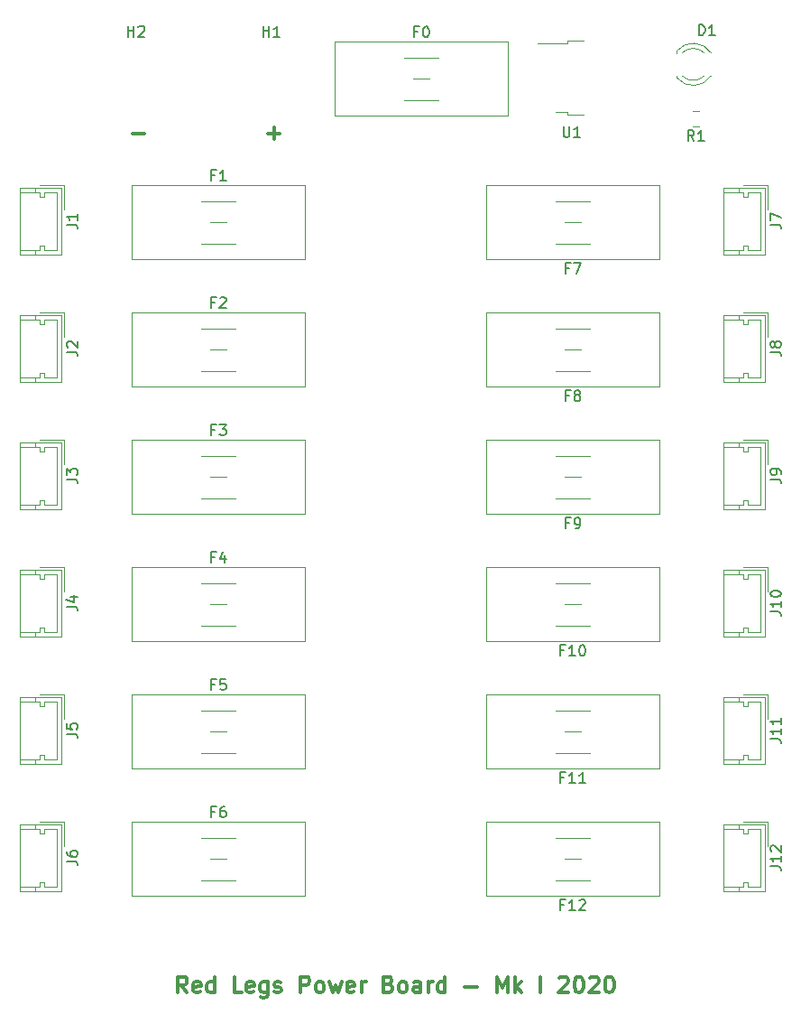
<source format=gto>
G04 #@! TF.GenerationSoftware,KiCad,Pcbnew,(5.1.5)-3*
G04 #@! TF.CreationDate,2020-03-23T11:19:51-04:00*
G04 #@! TF.ProjectId,RedLegs_pwrbrd,5265644c-6567-4735-9f70-77726272642e,rev?*
G04 #@! TF.SameCoordinates,Original*
G04 #@! TF.FileFunction,Legend,Top*
G04 #@! TF.FilePolarity,Positive*
%FSLAX46Y46*%
G04 Gerber Fmt 4.6, Leading zero omitted, Abs format (unit mm)*
G04 Created by KiCad (PCBNEW (5.1.5)-3) date 2020-03-23 11:19:51*
%MOMM*%
%LPD*%
G04 APERTURE LIST*
%ADD10C,0.300000*%
%ADD11C,0.120000*%
%ADD12C,0.150000*%
G04 APERTURE END LIST*
D10*
X142938571Y-64877142D02*
X144081428Y-64877142D01*
X143510000Y-65448571D02*
X143510000Y-64305714D01*
X130238571Y-64877142D02*
X131381428Y-64877142D01*
X135368571Y-145458571D02*
X134868571Y-144744285D01*
X134511428Y-145458571D02*
X134511428Y-143958571D01*
X135082857Y-143958571D01*
X135225714Y-144030000D01*
X135297142Y-144101428D01*
X135368571Y-144244285D01*
X135368571Y-144458571D01*
X135297142Y-144601428D01*
X135225714Y-144672857D01*
X135082857Y-144744285D01*
X134511428Y-144744285D01*
X136582857Y-145387142D02*
X136440000Y-145458571D01*
X136154285Y-145458571D01*
X136011428Y-145387142D01*
X135940000Y-145244285D01*
X135940000Y-144672857D01*
X136011428Y-144530000D01*
X136154285Y-144458571D01*
X136440000Y-144458571D01*
X136582857Y-144530000D01*
X136654285Y-144672857D01*
X136654285Y-144815714D01*
X135940000Y-144958571D01*
X137940000Y-145458571D02*
X137940000Y-143958571D01*
X137940000Y-145387142D02*
X137797142Y-145458571D01*
X137511428Y-145458571D01*
X137368571Y-145387142D01*
X137297142Y-145315714D01*
X137225714Y-145172857D01*
X137225714Y-144744285D01*
X137297142Y-144601428D01*
X137368571Y-144530000D01*
X137511428Y-144458571D01*
X137797142Y-144458571D01*
X137940000Y-144530000D01*
X140511428Y-145458571D02*
X139797142Y-145458571D01*
X139797142Y-143958571D01*
X141582857Y-145387142D02*
X141440000Y-145458571D01*
X141154285Y-145458571D01*
X141011428Y-145387142D01*
X140940000Y-145244285D01*
X140940000Y-144672857D01*
X141011428Y-144530000D01*
X141154285Y-144458571D01*
X141440000Y-144458571D01*
X141582857Y-144530000D01*
X141654285Y-144672857D01*
X141654285Y-144815714D01*
X140940000Y-144958571D01*
X142940000Y-144458571D02*
X142940000Y-145672857D01*
X142868571Y-145815714D01*
X142797142Y-145887142D01*
X142654285Y-145958571D01*
X142440000Y-145958571D01*
X142297142Y-145887142D01*
X142940000Y-145387142D02*
X142797142Y-145458571D01*
X142511428Y-145458571D01*
X142368571Y-145387142D01*
X142297142Y-145315714D01*
X142225714Y-145172857D01*
X142225714Y-144744285D01*
X142297142Y-144601428D01*
X142368571Y-144530000D01*
X142511428Y-144458571D01*
X142797142Y-144458571D01*
X142940000Y-144530000D01*
X143582857Y-145387142D02*
X143725714Y-145458571D01*
X144011428Y-145458571D01*
X144154285Y-145387142D01*
X144225714Y-145244285D01*
X144225714Y-145172857D01*
X144154285Y-145030000D01*
X144011428Y-144958571D01*
X143797142Y-144958571D01*
X143654285Y-144887142D01*
X143582857Y-144744285D01*
X143582857Y-144672857D01*
X143654285Y-144530000D01*
X143797142Y-144458571D01*
X144011428Y-144458571D01*
X144154285Y-144530000D01*
X146011428Y-145458571D02*
X146011428Y-143958571D01*
X146582857Y-143958571D01*
X146725714Y-144030000D01*
X146797142Y-144101428D01*
X146868571Y-144244285D01*
X146868571Y-144458571D01*
X146797142Y-144601428D01*
X146725714Y-144672857D01*
X146582857Y-144744285D01*
X146011428Y-144744285D01*
X147725714Y-145458571D02*
X147582857Y-145387142D01*
X147511428Y-145315714D01*
X147440000Y-145172857D01*
X147440000Y-144744285D01*
X147511428Y-144601428D01*
X147582857Y-144530000D01*
X147725714Y-144458571D01*
X147940000Y-144458571D01*
X148082857Y-144530000D01*
X148154285Y-144601428D01*
X148225714Y-144744285D01*
X148225714Y-145172857D01*
X148154285Y-145315714D01*
X148082857Y-145387142D01*
X147940000Y-145458571D01*
X147725714Y-145458571D01*
X148725714Y-144458571D02*
X149011428Y-145458571D01*
X149297142Y-144744285D01*
X149582857Y-145458571D01*
X149868571Y-144458571D01*
X151011428Y-145387142D02*
X150868571Y-145458571D01*
X150582857Y-145458571D01*
X150440000Y-145387142D01*
X150368571Y-145244285D01*
X150368571Y-144672857D01*
X150440000Y-144530000D01*
X150582857Y-144458571D01*
X150868571Y-144458571D01*
X151011428Y-144530000D01*
X151082857Y-144672857D01*
X151082857Y-144815714D01*
X150368571Y-144958571D01*
X151725714Y-145458571D02*
X151725714Y-144458571D01*
X151725714Y-144744285D02*
X151797142Y-144601428D01*
X151868571Y-144530000D01*
X152011428Y-144458571D01*
X152154285Y-144458571D01*
X154297142Y-144672857D02*
X154511428Y-144744285D01*
X154582857Y-144815714D01*
X154654285Y-144958571D01*
X154654285Y-145172857D01*
X154582857Y-145315714D01*
X154511428Y-145387142D01*
X154368571Y-145458571D01*
X153797142Y-145458571D01*
X153797142Y-143958571D01*
X154297142Y-143958571D01*
X154440000Y-144030000D01*
X154511428Y-144101428D01*
X154582857Y-144244285D01*
X154582857Y-144387142D01*
X154511428Y-144530000D01*
X154440000Y-144601428D01*
X154297142Y-144672857D01*
X153797142Y-144672857D01*
X155511428Y-145458571D02*
X155368571Y-145387142D01*
X155297142Y-145315714D01*
X155225714Y-145172857D01*
X155225714Y-144744285D01*
X155297142Y-144601428D01*
X155368571Y-144530000D01*
X155511428Y-144458571D01*
X155725714Y-144458571D01*
X155868571Y-144530000D01*
X155940000Y-144601428D01*
X156011428Y-144744285D01*
X156011428Y-145172857D01*
X155940000Y-145315714D01*
X155868571Y-145387142D01*
X155725714Y-145458571D01*
X155511428Y-145458571D01*
X157297142Y-145458571D02*
X157297142Y-144672857D01*
X157225714Y-144530000D01*
X157082857Y-144458571D01*
X156797142Y-144458571D01*
X156654285Y-144530000D01*
X157297142Y-145387142D02*
X157154285Y-145458571D01*
X156797142Y-145458571D01*
X156654285Y-145387142D01*
X156582857Y-145244285D01*
X156582857Y-145101428D01*
X156654285Y-144958571D01*
X156797142Y-144887142D01*
X157154285Y-144887142D01*
X157297142Y-144815714D01*
X158011428Y-145458571D02*
X158011428Y-144458571D01*
X158011428Y-144744285D02*
X158082857Y-144601428D01*
X158154285Y-144530000D01*
X158297142Y-144458571D01*
X158440000Y-144458571D01*
X159582857Y-145458571D02*
X159582857Y-143958571D01*
X159582857Y-145387142D02*
X159440000Y-145458571D01*
X159154285Y-145458571D01*
X159011428Y-145387142D01*
X158940000Y-145315714D01*
X158868571Y-145172857D01*
X158868571Y-144744285D01*
X158940000Y-144601428D01*
X159011428Y-144530000D01*
X159154285Y-144458571D01*
X159440000Y-144458571D01*
X159582857Y-144530000D01*
X161440000Y-144887142D02*
X162582857Y-144887142D01*
X164440000Y-145458571D02*
X164440000Y-143958571D01*
X164940000Y-145030000D01*
X165440000Y-143958571D01*
X165440000Y-145458571D01*
X166154285Y-145458571D02*
X166154285Y-143958571D01*
X166297142Y-144887142D02*
X166725714Y-145458571D01*
X166725714Y-144458571D02*
X166154285Y-145030000D01*
X168511428Y-145458571D02*
X168511428Y-143958571D01*
X170297142Y-144101428D02*
X170368571Y-144030000D01*
X170511428Y-143958571D01*
X170868571Y-143958571D01*
X171011428Y-144030000D01*
X171082857Y-144101428D01*
X171154285Y-144244285D01*
X171154285Y-144387142D01*
X171082857Y-144601428D01*
X170225714Y-145458571D01*
X171154285Y-145458571D01*
X172082857Y-143958571D02*
X172225714Y-143958571D01*
X172368571Y-144030000D01*
X172440000Y-144101428D01*
X172511428Y-144244285D01*
X172582857Y-144530000D01*
X172582857Y-144887142D01*
X172511428Y-145172857D01*
X172440000Y-145315714D01*
X172368571Y-145387142D01*
X172225714Y-145458571D01*
X172082857Y-145458571D01*
X171940000Y-145387142D01*
X171868571Y-145315714D01*
X171797142Y-145172857D01*
X171725714Y-144887142D01*
X171725714Y-144530000D01*
X171797142Y-144244285D01*
X171868571Y-144101428D01*
X171940000Y-144030000D01*
X172082857Y-143958571D01*
X173154285Y-144101428D02*
X173225714Y-144030000D01*
X173368571Y-143958571D01*
X173725714Y-143958571D01*
X173868571Y-144030000D01*
X173940000Y-144101428D01*
X174011428Y-144244285D01*
X174011428Y-144387142D01*
X173940000Y-144601428D01*
X173082857Y-145458571D01*
X174011428Y-145458571D01*
X174940000Y-143958571D02*
X175082857Y-143958571D01*
X175225714Y-144030000D01*
X175297142Y-144101428D01*
X175368571Y-144244285D01*
X175440000Y-144530000D01*
X175440000Y-144887142D01*
X175368571Y-145172857D01*
X175297142Y-145315714D01*
X175225714Y-145387142D01*
X175082857Y-145458571D01*
X174940000Y-145458571D01*
X174797142Y-145387142D01*
X174725714Y-145315714D01*
X174654285Y-145172857D01*
X174582857Y-144887142D01*
X174582857Y-144530000D01*
X174654285Y-144244285D01*
X174725714Y-144101428D01*
X174797142Y-144030000D01*
X174940000Y-143958571D01*
D11*
X183386252Y-62790000D02*
X182863748Y-62790000D01*
X183386252Y-64210000D02*
X182863748Y-64210000D01*
X173170000Y-99106000D02*
X169970000Y-99106000D01*
X169970000Y-95106000D02*
X173170000Y-95106000D01*
X172320000Y-97106000D02*
X170820000Y-97106000D01*
X163470000Y-100576000D02*
X179670000Y-100576000D01*
X163470000Y-93636000D02*
X163470000Y-100576000D01*
X179670000Y-93636000D02*
X163470000Y-93636000D01*
X179670000Y-100576000D02*
X179670000Y-93636000D01*
X155760000Y-57790000D02*
X158960000Y-57790000D01*
X158960000Y-61790000D02*
X155760000Y-61790000D01*
X156610000Y-59790000D02*
X158110000Y-59790000D01*
X165460000Y-56320000D02*
X149260000Y-56320000D01*
X165460000Y-63260000D02*
X165460000Y-56320000D01*
X149260000Y-63260000D02*
X165460000Y-63260000D01*
X149260000Y-56320000D02*
X149260000Y-63260000D01*
X171095000Y-62850000D02*
X169995000Y-62850000D01*
X171095000Y-63120000D02*
X171095000Y-62850000D01*
X172595000Y-63120000D02*
X171095000Y-63120000D01*
X171095000Y-56490000D02*
X168265000Y-56490000D01*
X171095000Y-56220000D02*
X171095000Y-56490000D01*
X172595000Y-56220000D02*
X171095000Y-56220000D01*
X187560000Y-135510000D02*
X185700000Y-135510000D01*
X187560000Y-135110000D02*
X187560000Y-135510000D01*
X187960000Y-135110000D02*
X187560000Y-135110000D01*
X187960000Y-135510000D02*
X187960000Y-135110000D01*
X189170000Y-135510000D02*
X187960000Y-135510000D01*
X189170000Y-132800000D02*
X189170000Y-135510000D01*
X187560000Y-130090000D02*
X185700000Y-130090000D01*
X187560000Y-130490000D02*
X187560000Y-130090000D01*
X187960000Y-130490000D02*
X187560000Y-130490000D01*
X187960000Y-130090000D02*
X187960000Y-130490000D01*
X189170000Y-130090000D02*
X187960000Y-130090000D01*
X189170000Y-132800000D02*
X189170000Y-130090000D01*
X187160000Y-135910000D02*
X187160000Y-135510000D01*
X187160000Y-129690000D02*
X187160000Y-130090000D01*
X189870000Y-129390000D02*
X187570000Y-129390000D01*
X189870000Y-131690000D02*
X189870000Y-129390000D01*
X189570000Y-135910000D02*
X189570000Y-129690000D01*
X185700000Y-135910000D02*
X189570000Y-135910000D01*
X185700000Y-129690000D02*
X185700000Y-135910000D01*
X189570000Y-129690000D02*
X185700000Y-129690000D01*
X187560000Y-123572000D02*
X185700000Y-123572000D01*
X187560000Y-123172000D02*
X187560000Y-123572000D01*
X187960000Y-123172000D02*
X187560000Y-123172000D01*
X187960000Y-123572000D02*
X187960000Y-123172000D01*
X189170000Y-123572000D02*
X187960000Y-123572000D01*
X189170000Y-120862000D02*
X189170000Y-123572000D01*
X187560000Y-118152000D02*
X185700000Y-118152000D01*
X187560000Y-118552000D02*
X187560000Y-118152000D01*
X187960000Y-118552000D02*
X187560000Y-118552000D01*
X187960000Y-118152000D02*
X187960000Y-118552000D01*
X189170000Y-118152000D02*
X187960000Y-118152000D01*
X189170000Y-120862000D02*
X189170000Y-118152000D01*
X187160000Y-123972000D02*
X187160000Y-123572000D01*
X187160000Y-117752000D02*
X187160000Y-118152000D01*
X189870000Y-117452000D02*
X187570000Y-117452000D01*
X189870000Y-119752000D02*
X189870000Y-117452000D01*
X189570000Y-123972000D02*
X189570000Y-117752000D01*
X185700000Y-123972000D02*
X189570000Y-123972000D01*
X185700000Y-117752000D02*
X185700000Y-123972000D01*
X189570000Y-117752000D02*
X185700000Y-117752000D01*
X187560000Y-111634000D02*
X185700000Y-111634000D01*
X187560000Y-111234000D02*
X187560000Y-111634000D01*
X187960000Y-111234000D02*
X187560000Y-111234000D01*
X187960000Y-111634000D02*
X187960000Y-111234000D01*
X189170000Y-111634000D02*
X187960000Y-111634000D01*
X189170000Y-108924000D02*
X189170000Y-111634000D01*
X187560000Y-106214000D02*
X185700000Y-106214000D01*
X187560000Y-106614000D02*
X187560000Y-106214000D01*
X187960000Y-106614000D02*
X187560000Y-106614000D01*
X187960000Y-106214000D02*
X187960000Y-106614000D01*
X189170000Y-106214000D02*
X187960000Y-106214000D01*
X189170000Y-108924000D02*
X189170000Y-106214000D01*
X187160000Y-112034000D02*
X187160000Y-111634000D01*
X187160000Y-105814000D02*
X187160000Y-106214000D01*
X189870000Y-105514000D02*
X187570000Y-105514000D01*
X189870000Y-107814000D02*
X189870000Y-105514000D01*
X189570000Y-112034000D02*
X189570000Y-105814000D01*
X185700000Y-112034000D02*
X189570000Y-112034000D01*
X185700000Y-105814000D02*
X185700000Y-112034000D01*
X189570000Y-105814000D02*
X185700000Y-105814000D01*
X187560000Y-99696000D02*
X185700000Y-99696000D01*
X187560000Y-99296000D02*
X187560000Y-99696000D01*
X187960000Y-99296000D02*
X187560000Y-99296000D01*
X187960000Y-99696000D02*
X187960000Y-99296000D01*
X189170000Y-99696000D02*
X187960000Y-99696000D01*
X189170000Y-96986000D02*
X189170000Y-99696000D01*
X187560000Y-94276000D02*
X185700000Y-94276000D01*
X187560000Y-94676000D02*
X187560000Y-94276000D01*
X187960000Y-94676000D02*
X187560000Y-94676000D01*
X187960000Y-94276000D02*
X187960000Y-94676000D01*
X189170000Y-94276000D02*
X187960000Y-94276000D01*
X189170000Y-96986000D02*
X189170000Y-94276000D01*
X187160000Y-100096000D02*
X187160000Y-99696000D01*
X187160000Y-93876000D02*
X187160000Y-94276000D01*
X189870000Y-93576000D02*
X187570000Y-93576000D01*
X189870000Y-95876000D02*
X189870000Y-93576000D01*
X189570000Y-100096000D02*
X189570000Y-93876000D01*
X185700000Y-100096000D02*
X189570000Y-100096000D01*
X185700000Y-93876000D02*
X185700000Y-100096000D01*
X189570000Y-93876000D02*
X185700000Y-93876000D01*
X187560000Y-87758000D02*
X185700000Y-87758000D01*
X187560000Y-87358000D02*
X187560000Y-87758000D01*
X187960000Y-87358000D02*
X187560000Y-87358000D01*
X187960000Y-87758000D02*
X187960000Y-87358000D01*
X189170000Y-87758000D02*
X187960000Y-87758000D01*
X189170000Y-85048000D02*
X189170000Y-87758000D01*
X187560000Y-82338000D02*
X185700000Y-82338000D01*
X187560000Y-82738000D02*
X187560000Y-82338000D01*
X187960000Y-82738000D02*
X187560000Y-82738000D01*
X187960000Y-82338000D02*
X187960000Y-82738000D01*
X189170000Y-82338000D02*
X187960000Y-82338000D01*
X189170000Y-85048000D02*
X189170000Y-82338000D01*
X187160000Y-88158000D02*
X187160000Y-87758000D01*
X187160000Y-81938000D02*
X187160000Y-82338000D01*
X189870000Y-81638000D02*
X187570000Y-81638000D01*
X189870000Y-83938000D02*
X189870000Y-81638000D01*
X189570000Y-88158000D02*
X189570000Y-81938000D01*
X185700000Y-88158000D02*
X189570000Y-88158000D01*
X185700000Y-81938000D02*
X185700000Y-88158000D01*
X189570000Y-81938000D02*
X185700000Y-81938000D01*
X187560000Y-75820000D02*
X185700000Y-75820000D01*
X187560000Y-75420000D02*
X187560000Y-75820000D01*
X187960000Y-75420000D02*
X187560000Y-75420000D01*
X187960000Y-75820000D02*
X187960000Y-75420000D01*
X189170000Y-75820000D02*
X187960000Y-75820000D01*
X189170000Y-73110000D02*
X189170000Y-75820000D01*
X187560000Y-70400000D02*
X185700000Y-70400000D01*
X187560000Y-70800000D02*
X187560000Y-70400000D01*
X187960000Y-70800000D02*
X187560000Y-70800000D01*
X187960000Y-70400000D02*
X187960000Y-70800000D01*
X189170000Y-70400000D02*
X187960000Y-70400000D01*
X189170000Y-73110000D02*
X189170000Y-70400000D01*
X187160000Y-76220000D02*
X187160000Y-75820000D01*
X187160000Y-70000000D02*
X187160000Y-70400000D01*
X189870000Y-69700000D02*
X187570000Y-69700000D01*
X189870000Y-72000000D02*
X189870000Y-69700000D01*
X189570000Y-76220000D02*
X189570000Y-70000000D01*
X185700000Y-76220000D02*
X189570000Y-76220000D01*
X185700000Y-70000000D02*
X185700000Y-76220000D01*
X189570000Y-70000000D02*
X185700000Y-70000000D01*
X121520000Y-135510000D02*
X119660000Y-135510000D01*
X121520000Y-135110000D02*
X121520000Y-135510000D01*
X121920000Y-135110000D02*
X121520000Y-135110000D01*
X121920000Y-135510000D02*
X121920000Y-135110000D01*
X123130000Y-135510000D02*
X121920000Y-135510000D01*
X123130000Y-132800000D02*
X123130000Y-135510000D01*
X121520000Y-130090000D02*
X119660000Y-130090000D01*
X121520000Y-130490000D02*
X121520000Y-130090000D01*
X121920000Y-130490000D02*
X121520000Y-130490000D01*
X121920000Y-130090000D02*
X121920000Y-130490000D01*
X123130000Y-130090000D02*
X121920000Y-130090000D01*
X123130000Y-132800000D02*
X123130000Y-130090000D01*
X121120000Y-135910000D02*
X121120000Y-135510000D01*
X121120000Y-129690000D02*
X121120000Y-130090000D01*
X123830000Y-129390000D02*
X121530000Y-129390000D01*
X123830000Y-131690000D02*
X123830000Y-129390000D01*
X123530000Y-135910000D02*
X123530000Y-129690000D01*
X119660000Y-135910000D02*
X123530000Y-135910000D01*
X119660000Y-129690000D02*
X119660000Y-135910000D01*
X123530000Y-129690000D02*
X119660000Y-129690000D01*
X121520000Y-123572000D02*
X119660000Y-123572000D01*
X121520000Y-123172000D02*
X121520000Y-123572000D01*
X121920000Y-123172000D02*
X121520000Y-123172000D01*
X121920000Y-123572000D02*
X121920000Y-123172000D01*
X123130000Y-123572000D02*
X121920000Y-123572000D01*
X123130000Y-120862000D02*
X123130000Y-123572000D01*
X121520000Y-118152000D02*
X119660000Y-118152000D01*
X121520000Y-118552000D02*
X121520000Y-118152000D01*
X121920000Y-118552000D02*
X121520000Y-118552000D01*
X121920000Y-118152000D02*
X121920000Y-118552000D01*
X123130000Y-118152000D02*
X121920000Y-118152000D01*
X123130000Y-120862000D02*
X123130000Y-118152000D01*
X121120000Y-123972000D02*
X121120000Y-123572000D01*
X121120000Y-117752000D02*
X121120000Y-118152000D01*
X123830000Y-117452000D02*
X121530000Y-117452000D01*
X123830000Y-119752000D02*
X123830000Y-117452000D01*
X123530000Y-123972000D02*
X123530000Y-117752000D01*
X119660000Y-123972000D02*
X123530000Y-123972000D01*
X119660000Y-117752000D02*
X119660000Y-123972000D01*
X123530000Y-117752000D02*
X119660000Y-117752000D01*
X121520000Y-111634000D02*
X119660000Y-111634000D01*
X121520000Y-111234000D02*
X121520000Y-111634000D01*
X121920000Y-111234000D02*
X121520000Y-111234000D01*
X121920000Y-111634000D02*
X121920000Y-111234000D01*
X123130000Y-111634000D02*
X121920000Y-111634000D01*
X123130000Y-108924000D02*
X123130000Y-111634000D01*
X121520000Y-106214000D02*
X119660000Y-106214000D01*
X121520000Y-106614000D02*
X121520000Y-106214000D01*
X121920000Y-106614000D02*
X121520000Y-106614000D01*
X121920000Y-106214000D02*
X121920000Y-106614000D01*
X123130000Y-106214000D02*
X121920000Y-106214000D01*
X123130000Y-108924000D02*
X123130000Y-106214000D01*
X121120000Y-112034000D02*
X121120000Y-111634000D01*
X121120000Y-105814000D02*
X121120000Y-106214000D01*
X123830000Y-105514000D02*
X121530000Y-105514000D01*
X123830000Y-107814000D02*
X123830000Y-105514000D01*
X123530000Y-112034000D02*
X123530000Y-105814000D01*
X119660000Y-112034000D02*
X123530000Y-112034000D01*
X119660000Y-105814000D02*
X119660000Y-112034000D01*
X123530000Y-105814000D02*
X119660000Y-105814000D01*
X121520000Y-99696000D02*
X119660000Y-99696000D01*
X121520000Y-99296000D02*
X121520000Y-99696000D01*
X121920000Y-99296000D02*
X121520000Y-99296000D01*
X121920000Y-99696000D02*
X121920000Y-99296000D01*
X123130000Y-99696000D02*
X121920000Y-99696000D01*
X123130000Y-96986000D02*
X123130000Y-99696000D01*
X121520000Y-94276000D02*
X119660000Y-94276000D01*
X121520000Y-94676000D02*
X121520000Y-94276000D01*
X121920000Y-94676000D02*
X121520000Y-94676000D01*
X121920000Y-94276000D02*
X121920000Y-94676000D01*
X123130000Y-94276000D02*
X121920000Y-94276000D01*
X123130000Y-96986000D02*
X123130000Y-94276000D01*
X121120000Y-100096000D02*
X121120000Y-99696000D01*
X121120000Y-93876000D02*
X121120000Y-94276000D01*
X123830000Y-93576000D02*
X121530000Y-93576000D01*
X123830000Y-95876000D02*
X123830000Y-93576000D01*
X123530000Y-100096000D02*
X123530000Y-93876000D01*
X119660000Y-100096000D02*
X123530000Y-100096000D01*
X119660000Y-93876000D02*
X119660000Y-100096000D01*
X123530000Y-93876000D02*
X119660000Y-93876000D01*
X121520000Y-87758000D02*
X119660000Y-87758000D01*
X121520000Y-87358000D02*
X121520000Y-87758000D01*
X121920000Y-87358000D02*
X121520000Y-87358000D01*
X121920000Y-87758000D02*
X121920000Y-87358000D01*
X123130000Y-87758000D02*
X121920000Y-87758000D01*
X123130000Y-85048000D02*
X123130000Y-87758000D01*
X121520000Y-82338000D02*
X119660000Y-82338000D01*
X121520000Y-82738000D02*
X121520000Y-82338000D01*
X121920000Y-82738000D02*
X121520000Y-82738000D01*
X121920000Y-82338000D02*
X121920000Y-82738000D01*
X123130000Y-82338000D02*
X121920000Y-82338000D01*
X123130000Y-85048000D02*
X123130000Y-82338000D01*
X121120000Y-88158000D02*
X121120000Y-87758000D01*
X121120000Y-81938000D02*
X121120000Y-82338000D01*
X123830000Y-81638000D02*
X121530000Y-81638000D01*
X123830000Y-83938000D02*
X123830000Y-81638000D01*
X123530000Y-88158000D02*
X123530000Y-81938000D01*
X119660000Y-88158000D02*
X123530000Y-88158000D01*
X119660000Y-81938000D02*
X119660000Y-88158000D01*
X123530000Y-81938000D02*
X119660000Y-81938000D01*
X121520000Y-75820000D02*
X119660000Y-75820000D01*
X121520000Y-75420000D02*
X121520000Y-75820000D01*
X121920000Y-75420000D02*
X121520000Y-75420000D01*
X121920000Y-75820000D02*
X121920000Y-75420000D01*
X123130000Y-75820000D02*
X121920000Y-75820000D01*
X123130000Y-73110000D02*
X123130000Y-75820000D01*
X121520000Y-70400000D02*
X119660000Y-70400000D01*
X121520000Y-70800000D02*
X121520000Y-70400000D01*
X121920000Y-70800000D02*
X121520000Y-70800000D01*
X121920000Y-70400000D02*
X121920000Y-70800000D01*
X123130000Y-70400000D02*
X121920000Y-70400000D01*
X123130000Y-73110000D02*
X123130000Y-70400000D01*
X121120000Y-76220000D02*
X121120000Y-75820000D01*
X121120000Y-70000000D02*
X121120000Y-70400000D01*
X123830000Y-69700000D02*
X121530000Y-69700000D01*
X123830000Y-72000000D02*
X123830000Y-69700000D01*
X123530000Y-76220000D02*
X123530000Y-70000000D01*
X119660000Y-76220000D02*
X123530000Y-76220000D01*
X119660000Y-70000000D02*
X119660000Y-76220000D01*
X123530000Y-70000000D02*
X119660000Y-70000000D01*
X173170000Y-134920000D02*
X169970000Y-134920000D01*
X169970000Y-130920000D02*
X173170000Y-130920000D01*
X172320000Y-132920000D02*
X170820000Y-132920000D01*
X163470000Y-136390000D02*
X179670000Y-136390000D01*
X163470000Y-129450000D02*
X163470000Y-136390000D01*
X179670000Y-129450000D02*
X163470000Y-129450000D01*
X179670000Y-136390000D02*
X179670000Y-129450000D01*
X173170000Y-122982000D02*
X169970000Y-122982000D01*
X169970000Y-118982000D02*
X173170000Y-118982000D01*
X172320000Y-120982000D02*
X170820000Y-120982000D01*
X163470000Y-124452000D02*
X179670000Y-124452000D01*
X163470000Y-117512000D02*
X163470000Y-124452000D01*
X179670000Y-117512000D02*
X163470000Y-117512000D01*
X179670000Y-124452000D02*
X179670000Y-117512000D01*
X173170000Y-111044000D02*
X169970000Y-111044000D01*
X169970000Y-107044000D02*
X173170000Y-107044000D01*
X172320000Y-109044000D02*
X170820000Y-109044000D01*
X163470000Y-112514000D02*
X179670000Y-112514000D01*
X163470000Y-105574000D02*
X163470000Y-112514000D01*
X179670000Y-105574000D02*
X163470000Y-105574000D01*
X179670000Y-112514000D02*
X179670000Y-105574000D01*
X173170000Y-87168000D02*
X169970000Y-87168000D01*
X169970000Y-83168000D02*
X173170000Y-83168000D01*
X172320000Y-85168000D02*
X170820000Y-85168000D01*
X163470000Y-88638000D02*
X179670000Y-88638000D01*
X163470000Y-81698000D02*
X163470000Y-88638000D01*
X179670000Y-81698000D02*
X163470000Y-81698000D01*
X179670000Y-88638000D02*
X179670000Y-81698000D01*
X173170000Y-75230000D02*
X169970000Y-75230000D01*
X169970000Y-71230000D02*
X173170000Y-71230000D01*
X172320000Y-73230000D02*
X170820000Y-73230000D01*
X163470000Y-76700000D02*
X179670000Y-76700000D01*
X163470000Y-69760000D02*
X163470000Y-76700000D01*
X179670000Y-69760000D02*
X163470000Y-69760000D01*
X179670000Y-76700000D02*
X179670000Y-69760000D01*
X136710000Y-130920000D02*
X139910000Y-130920000D01*
X139910000Y-134920000D02*
X136710000Y-134920000D01*
X137560000Y-132920000D02*
X139060000Y-132920000D01*
X146410000Y-129450000D02*
X130210000Y-129450000D01*
X146410000Y-136390000D02*
X146410000Y-129450000D01*
X130210000Y-136390000D02*
X146410000Y-136390000D01*
X130210000Y-129450000D02*
X130210000Y-136390000D01*
X136710000Y-118982000D02*
X139910000Y-118982000D01*
X139910000Y-122982000D02*
X136710000Y-122982000D01*
X137560000Y-120982000D02*
X139060000Y-120982000D01*
X146410000Y-117512000D02*
X130210000Y-117512000D01*
X146410000Y-124452000D02*
X146410000Y-117512000D01*
X130210000Y-124452000D02*
X146410000Y-124452000D01*
X130210000Y-117512000D02*
X130210000Y-124452000D01*
X130210000Y-105574000D02*
X130210000Y-112514000D01*
X130210000Y-112514000D02*
X146410000Y-112514000D01*
X146410000Y-112514000D02*
X146410000Y-105574000D01*
X146410000Y-105574000D02*
X130210000Y-105574000D01*
X137560000Y-109044000D02*
X139060000Y-109044000D01*
X139910000Y-111044000D02*
X136710000Y-111044000D01*
X136710000Y-107044000D02*
X139910000Y-107044000D01*
X130210000Y-93636000D02*
X130210000Y-100576000D01*
X130210000Y-100576000D02*
X146410000Y-100576000D01*
X146410000Y-100576000D02*
X146410000Y-93636000D01*
X146410000Y-93636000D02*
X130210000Y-93636000D01*
X137560000Y-97106000D02*
X139060000Y-97106000D01*
X139910000Y-99106000D02*
X136710000Y-99106000D01*
X136710000Y-95106000D02*
X139910000Y-95106000D01*
X136710000Y-83168000D02*
X139910000Y-83168000D01*
X139910000Y-87168000D02*
X136710000Y-87168000D01*
X137560000Y-85168000D02*
X139060000Y-85168000D01*
X146410000Y-81698000D02*
X130210000Y-81698000D01*
X146410000Y-88638000D02*
X146410000Y-81698000D01*
X130210000Y-88638000D02*
X146410000Y-88638000D01*
X130210000Y-81698000D02*
X130210000Y-88638000D01*
X136710000Y-71230000D02*
X139910000Y-71230000D01*
X139910000Y-75230000D02*
X136710000Y-75230000D01*
X137560000Y-73230000D02*
X139060000Y-73230000D01*
X146410000Y-69760000D02*
X130210000Y-69760000D01*
X146410000Y-76700000D02*
X146410000Y-69760000D01*
X130210000Y-76700000D02*
X146410000Y-76700000D01*
X130210000Y-69760000D02*
X130210000Y-76700000D01*
X181320000Y-59500000D02*
X181320000Y-59656000D01*
X181320000Y-57184000D02*
X181320000Y-57340000D01*
X183921130Y-59499837D02*
G75*
G02X181839039Y-59500000I-1041130J1079837D01*
G01*
X183921130Y-57340163D02*
G75*
G03X181839039Y-57340000I-1041130J-1079837D01*
G01*
X184552335Y-59498608D02*
G75*
G02X181320000Y-59655516I-1672335J1078608D01*
G01*
X184552335Y-57341392D02*
G75*
G03X181320000Y-57184484I-1672335J-1078608D01*
G01*
D12*
X182958333Y-65602380D02*
X182625000Y-65126190D01*
X182386904Y-65602380D02*
X182386904Y-64602380D01*
X182767857Y-64602380D01*
X182863095Y-64650000D01*
X182910714Y-64697619D01*
X182958333Y-64792857D01*
X182958333Y-64935714D01*
X182910714Y-65030952D01*
X182863095Y-65078571D01*
X182767857Y-65126190D01*
X182386904Y-65126190D01*
X183910714Y-65602380D02*
X183339285Y-65602380D01*
X183625000Y-65602380D02*
X183625000Y-64602380D01*
X183529761Y-64745238D01*
X183434523Y-64840476D01*
X183339285Y-64888095D01*
X171236666Y-101404571D02*
X170903333Y-101404571D01*
X170903333Y-101928380D02*
X170903333Y-100928380D01*
X171379523Y-100928380D01*
X171808095Y-101928380D02*
X171998571Y-101928380D01*
X172093809Y-101880761D01*
X172141428Y-101833142D01*
X172236666Y-101690285D01*
X172284285Y-101499809D01*
X172284285Y-101118857D01*
X172236666Y-101023619D01*
X172189047Y-100976000D01*
X172093809Y-100928380D01*
X171903333Y-100928380D01*
X171808095Y-100976000D01*
X171760476Y-101023619D01*
X171712857Y-101118857D01*
X171712857Y-101356952D01*
X171760476Y-101452190D01*
X171808095Y-101499809D01*
X171903333Y-101547428D01*
X172093809Y-101547428D01*
X172189047Y-101499809D01*
X172236666Y-101452190D01*
X172284285Y-101356952D01*
X157026666Y-55348571D02*
X156693333Y-55348571D01*
X156693333Y-55872380D02*
X156693333Y-54872380D01*
X157169523Y-54872380D01*
X157740952Y-54872380D02*
X157836190Y-54872380D01*
X157931428Y-54920000D01*
X157979047Y-54967619D01*
X158026666Y-55062857D01*
X158074285Y-55253333D01*
X158074285Y-55491428D01*
X158026666Y-55681904D01*
X157979047Y-55777142D01*
X157931428Y-55824761D01*
X157836190Y-55872380D01*
X157740952Y-55872380D01*
X157645714Y-55824761D01*
X157598095Y-55777142D01*
X157550476Y-55681904D01*
X157502857Y-55491428D01*
X157502857Y-55253333D01*
X157550476Y-55062857D01*
X157598095Y-54967619D01*
X157645714Y-54920000D01*
X157740952Y-54872380D01*
X170688095Y-64222380D02*
X170688095Y-65031904D01*
X170735714Y-65127142D01*
X170783333Y-65174761D01*
X170878571Y-65222380D01*
X171069047Y-65222380D01*
X171164285Y-65174761D01*
X171211904Y-65127142D01*
X171259523Y-65031904D01*
X171259523Y-64222380D01*
X172259523Y-65222380D02*
X171688095Y-65222380D01*
X171973809Y-65222380D02*
X171973809Y-64222380D01*
X171878571Y-64365238D01*
X171783333Y-64460476D01*
X171688095Y-64508095D01*
X190112380Y-133609523D02*
X190826666Y-133609523D01*
X190969523Y-133657142D01*
X191064761Y-133752380D01*
X191112380Y-133895238D01*
X191112380Y-133990476D01*
X191112380Y-132609523D02*
X191112380Y-133180952D01*
X191112380Y-132895238D02*
X190112380Y-132895238D01*
X190255238Y-132990476D01*
X190350476Y-133085714D01*
X190398095Y-133180952D01*
X190207619Y-132228571D02*
X190160000Y-132180952D01*
X190112380Y-132085714D01*
X190112380Y-131847619D01*
X190160000Y-131752380D01*
X190207619Y-131704761D01*
X190302857Y-131657142D01*
X190398095Y-131657142D01*
X190540952Y-131704761D01*
X191112380Y-132276190D01*
X191112380Y-131657142D01*
X190112380Y-121671523D02*
X190826666Y-121671523D01*
X190969523Y-121719142D01*
X191064761Y-121814380D01*
X191112380Y-121957238D01*
X191112380Y-122052476D01*
X191112380Y-120671523D02*
X191112380Y-121242952D01*
X191112380Y-120957238D02*
X190112380Y-120957238D01*
X190255238Y-121052476D01*
X190350476Y-121147714D01*
X190398095Y-121242952D01*
X191112380Y-119719142D02*
X191112380Y-120290571D01*
X191112380Y-120004857D02*
X190112380Y-120004857D01*
X190255238Y-120100095D01*
X190350476Y-120195333D01*
X190398095Y-120290571D01*
X190112380Y-109733523D02*
X190826666Y-109733523D01*
X190969523Y-109781142D01*
X191064761Y-109876380D01*
X191112380Y-110019238D01*
X191112380Y-110114476D01*
X191112380Y-108733523D02*
X191112380Y-109304952D01*
X191112380Y-109019238D02*
X190112380Y-109019238D01*
X190255238Y-109114476D01*
X190350476Y-109209714D01*
X190398095Y-109304952D01*
X190112380Y-108114476D02*
X190112380Y-108019238D01*
X190160000Y-107924000D01*
X190207619Y-107876380D01*
X190302857Y-107828761D01*
X190493333Y-107781142D01*
X190731428Y-107781142D01*
X190921904Y-107828761D01*
X191017142Y-107876380D01*
X191064761Y-107924000D01*
X191112380Y-108019238D01*
X191112380Y-108114476D01*
X191064761Y-108209714D01*
X191017142Y-108257333D01*
X190921904Y-108304952D01*
X190731428Y-108352571D01*
X190493333Y-108352571D01*
X190302857Y-108304952D01*
X190207619Y-108257333D01*
X190160000Y-108209714D01*
X190112380Y-108114476D01*
X190112380Y-97319333D02*
X190826666Y-97319333D01*
X190969523Y-97366952D01*
X191064761Y-97462190D01*
X191112380Y-97605047D01*
X191112380Y-97700285D01*
X191112380Y-96795523D02*
X191112380Y-96605047D01*
X191064761Y-96509809D01*
X191017142Y-96462190D01*
X190874285Y-96366952D01*
X190683809Y-96319333D01*
X190302857Y-96319333D01*
X190207619Y-96366952D01*
X190160000Y-96414571D01*
X190112380Y-96509809D01*
X190112380Y-96700285D01*
X190160000Y-96795523D01*
X190207619Y-96843142D01*
X190302857Y-96890761D01*
X190540952Y-96890761D01*
X190636190Y-96843142D01*
X190683809Y-96795523D01*
X190731428Y-96700285D01*
X190731428Y-96509809D01*
X190683809Y-96414571D01*
X190636190Y-96366952D01*
X190540952Y-96319333D01*
X190112380Y-85381333D02*
X190826666Y-85381333D01*
X190969523Y-85428952D01*
X191064761Y-85524190D01*
X191112380Y-85667047D01*
X191112380Y-85762285D01*
X190540952Y-84762285D02*
X190493333Y-84857523D01*
X190445714Y-84905142D01*
X190350476Y-84952761D01*
X190302857Y-84952761D01*
X190207619Y-84905142D01*
X190160000Y-84857523D01*
X190112380Y-84762285D01*
X190112380Y-84571809D01*
X190160000Y-84476571D01*
X190207619Y-84428952D01*
X190302857Y-84381333D01*
X190350476Y-84381333D01*
X190445714Y-84428952D01*
X190493333Y-84476571D01*
X190540952Y-84571809D01*
X190540952Y-84762285D01*
X190588571Y-84857523D01*
X190636190Y-84905142D01*
X190731428Y-84952761D01*
X190921904Y-84952761D01*
X191017142Y-84905142D01*
X191064761Y-84857523D01*
X191112380Y-84762285D01*
X191112380Y-84571809D01*
X191064761Y-84476571D01*
X191017142Y-84428952D01*
X190921904Y-84381333D01*
X190731428Y-84381333D01*
X190636190Y-84428952D01*
X190588571Y-84476571D01*
X190540952Y-84571809D01*
X190112380Y-73443333D02*
X190826666Y-73443333D01*
X190969523Y-73490952D01*
X191064761Y-73586190D01*
X191112380Y-73729047D01*
X191112380Y-73824285D01*
X190112380Y-73062380D02*
X190112380Y-72395714D01*
X191112380Y-72824285D01*
X124072380Y-133133333D02*
X124786666Y-133133333D01*
X124929523Y-133180952D01*
X125024761Y-133276190D01*
X125072380Y-133419047D01*
X125072380Y-133514285D01*
X124072380Y-132228571D02*
X124072380Y-132419047D01*
X124120000Y-132514285D01*
X124167619Y-132561904D01*
X124310476Y-132657142D01*
X124500952Y-132704761D01*
X124881904Y-132704761D01*
X124977142Y-132657142D01*
X125024761Y-132609523D01*
X125072380Y-132514285D01*
X125072380Y-132323809D01*
X125024761Y-132228571D01*
X124977142Y-132180952D01*
X124881904Y-132133333D01*
X124643809Y-132133333D01*
X124548571Y-132180952D01*
X124500952Y-132228571D01*
X124453333Y-132323809D01*
X124453333Y-132514285D01*
X124500952Y-132609523D01*
X124548571Y-132657142D01*
X124643809Y-132704761D01*
X124072380Y-121195333D02*
X124786666Y-121195333D01*
X124929523Y-121242952D01*
X125024761Y-121338190D01*
X125072380Y-121481047D01*
X125072380Y-121576285D01*
X124072380Y-120242952D02*
X124072380Y-120719142D01*
X124548571Y-120766761D01*
X124500952Y-120719142D01*
X124453333Y-120623904D01*
X124453333Y-120385809D01*
X124500952Y-120290571D01*
X124548571Y-120242952D01*
X124643809Y-120195333D01*
X124881904Y-120195333D01*
X124977142Y-120242952D01*
X125024761Y-120290571D01*
X125072380Y-120385809D01*
X125072380Y-120623904D01*
X125024761Y-120719142D01*
X124977142Y-120766761D01*
X124072380Y-109257333D02*
X124786666Y-109257333D01*
X124929523Y-109304952D01*
X125024761Y-109400190D01*
X125072380Y-109543047D01*
X125072380Y-109638285D01*
X124405714Y-108352571D02*
X125072380Y-108352571D01*
X124024761Y-108590666D02*
X124739047Y-108828761D01*
X124739047Y-108209714D01*
X124072380Y-97319333D02*
X124786666Y-97319333D01*
X124929523Y-97366952D01*
X125024761Y-97462190D01*
X125072380Y-97605047D01*
X125072380Y-97700285D01*
X124072380Y-96938380D02*
X124072380Y-96319333D01*
X124453333Y-96652666D01*
X124453333Y-96509809D01*
X124500952Y-96414571D01*
X124548571Y-96366952D01*
X124643809Y-96319333D01*
X124881904Y-96319333D01*
X124977142Y-96366952D01*
X125024761Y-96414571D01*
X125072380Y-96509809D01*
X125072380Y-96795523D01*
X125024761Y-96890761D01*
X124977142Y-96938380D01*
X124072380Y-85381333D02*
X124786666Y-85381333D01*
X124929523Y-85428952D01*
X125024761Y-85524190D01*
X125072380Y-85667047D01*
X125072380Y-85762285D01*
X124167619Y-84952761D02*
X124120000Y-84905142D01*
X124072380Y-84809904D01*
X124072380Y-84571809D01*
X124120000Y-84476571D01*
X124167619Y-84428952D01*
X124262857Y-84381333D01*
X124358095Y-84381333D01*
X124500952Y-84428952D01*
X125072380Y-85000380D01*
X125072380Y-84381333D01*
X124072380Y-73443333D02*
X124786666Y-73443333D01*
X124929523Y-73490952D01*
X125024761Y-73586190D01*
X125072380Y-73729047D01*
X125072380Y-73824285D01*
X125072380Y-72443333D02*
X125072380Y-73014761D01*
X125072380Y-72729047D02*
X124072380Y-72729047D01*
X124215238Y-72824285D01*
X124310476Y-72919523D01*
X124358095Y-73014761D01*
X129794095Y-55824380D02*
X129794095Y-54824380D01*
X129794095Y-55300571D02*
X130365523Y-55300571D01*
X130365523Y-55824380D02*
X130365523Y-54824380D01*
X130794095Y-54919619D02*
X130841714Y-54872000D01*
X130936952Y-54824380D01*
X131175047Y-54824380D01*
X131270285Y-54872000D01*
X131317904Y-54919619D01*
X131365523Y-55014857D01*
X131365523Y-55110095D01*
X131317904Y-55252952D01*
X130746476Y-55824380D01*
X131365523Y-55824380D01*
X142494095Y-55824380D02*
X142494095Y-54824380D01*
X142494095Y-55300571D02*
X143065523Y-55300571D01*
X143065523Y-55824380D02*
X143065523Y-54824380D01*
X144065523Y-55824380D02*
X143494095Y-55824380D01*
X143779809Y-55824380D02*
X143779809Y-54824380D01*
X143684571Y-54967238D01*
X143589333Y-55062476D01*
X143494095Y-55110095D01*
X170760476Y-137218571D02*
X170427142Y-137218571D01*
X170427142Y-137742380D02*
X170427142Y-136742380D01*
X170903333Y-136742380D01*
X171808095Y-137742380D02*
X171236666Y-137742380D01*
X171522380Y-137742380D02*
X171522380Y-136742380D01*
X171427142Y-136885238D01*
X171331904Y-136980476D01*
X171236666Y-137028095D01*
X172189047Y-136837619D02*
X172236666Y-136790000D01*
X172331904Y-136742380D01*
X172570000Y-136742380D01*
X172665238Y-136790000D01*
X172712857Y-136837619D01*
X172760476Y-136932857D01*
X172760476Y-137028095D01*
X172712857Y-137170952D01*
X172141428Y-137742380D01*
X172760476Y-137742380D01*
X170760476Y-125280571D02*
X170427142Y-125280571D01*
X170427142Y-125804380D02*
X170427142Y-124804380D01*
X170903333Y-124804380D01*
X171808095Y-125804380D02*
X171236666Y-125804380D01*
X171522380Y-125804380D02*
X171522380Y-124804380D01*
X171427142Y-124947238D01*
X171331904Y-125042476D01*
X171236666Y-125090095D01*
X172760476Y-125804380D02*
X172189047Y-125804380D01*
X172474761Y-125804380D02*
X172474761Y-124804380D01*
X172379523Y-124947238D01*
X172284285Y-125042476D01*
X172189047Y-125090095D01*
X170760476Y-113342571D02*
X170427142Y-113342571D01*
X170427142Y-113866380D02*
X170427142Y-112866380D01*
X170903333Y-112866380D01*
X171808095Y-113866380D02*
X171236666Y-113866380D01*
X171522380Y-113866380D02*
X171522380Y-112866380D01*
X171427142Y-113009238D01*
X171331904Y-113104476D01*
X171236666Y-113152095D01*
X172427142Y-112866380D02*
X172522380Y-112866380D01*
X172617619Y-112914000D01*
X172665238Y-112961619D01*
X172712857Y-113056857D01*
X172760476Y-113247333D01*
X172760476Y-113485428D01*
X172712857Y-113675904D01*
X172665238Y-113771142D01*
X172617619Y-113818761D01*
X172522380Y-113866380D01*
X172427142Y-113866380D01*
X172331904Y-113818761D01*
X172284285Y-113771142D01*
X172236666Y-113675904D01*
X172189047Y-113485428D01*
X172189047Y-113247333D01*
X172236666Y-113056857D01*
X172284285Y-112961619D01*
X172331904Y-112914000D01*
X172427142Y-112866380D01*
X171236666Y-89466571D02*
X170903333Y-89466571D01*
X170903333Y-89990380D02*
X170903333Y-88990380D01*
X171379523Y-88990380D01*
X171903333Y-89418952D02*
X171808095Y-89371333D01*
X171760476Y-89323714D01*
X171712857Y-89228476D01*
X171712857Y-89180857D01*
X171760476Y-89085619D01*
X171808095Y-89038000D01*
X171903333Y-88990380D01*
X172093809Y-88990380D01*
X172189047Y-89038000D01*
X172236666Y-89085619D01*
X172284285Y-89180857D01*
X172284285Y-89228476D01*
X172236666Y-89323714D01*
X172189047Y-89371333D01*
X172093809Y-89418952D01*
X171903333Y-89418952D01*
X171808095Y-89466571D01*
X171760476Y-89514190D01*
X171712857Y-89609428D01*
X171712857Y-89799904D01*
X171760476Y-89895142D01*
X171808095Y-89942761D01*
X171903333Y-89990380D01*
X172093809Y-89990380D01*
X172189047Y-89942761D01*
X172236666Y-89895142D01*
X172284285Y-89799904D01*
X172284285Y-89609428D01*
X172236666Y-89514190D01*
X172189047Y-89466571D01*
X172093809Y-89418952D01*
X171236666Y-77528571D02*
X170903333Y-77528571D01*
X170903333Y-78052380D02*
X170903333Y-77052380D01*
X171379523Y-77052380D01*
X171665238Y-77052380D02*
X172331904Y-77052380D01*
X171903333Y-78052380D01*
X137976666Y-128478571D02*
X137643333Y-128478571D01*
X137643333Y-129002380D02*
X137643333Y-128002380D01*
X138119523Y-128002380D01*
X138929047Y-128002380D02*
X138738571Y-128002380D01*
X138643333Y-128050000D01*
X138595714Y-128097619D01*
X138500476Y-128240476D01*
X138452857Y-128430952D01*
X138452857Y-128811904D01*
X138500476Y-128907142D01*
X138548095Y-128954761D01*
X138643333Y-129002380D01*
X138833809Y-129002380D01*
X138929047Y-128954761D01*
X138976666Y-128907142D01*
X139024285Y-128811904D01*
X139024285Y-128573809D01*
X138976666Y-128478571D01*
X138929047Y-128430952D01*
X138833809Y-128383333D01*
X138643333Y-128383333D01*
X138548095Y-128430952D01*
X138500476Y-128478571D01*
X138452857Y-128573809D01*
X137976666Y-116540571D02*
X137643333Y-116540571D01*
X137643333Y-117064380D02*
X137643333Y-116064380D01*
X138119523Y-116064380D01*
X138976666Y-116064380D02*
X138500476Y-116064380D01*
X138452857Y-116540571D01*
X138500476Y-116492952D01*
X138595714Y-116445333D01*
X138833809Y-116445333D01*
X138929047Y-116492952D01*
X138976666Y-116540571D01*
X139024285Y-116635809D01*
X139024285Y-116873904D01*
X138976666Y-116969142D01*
X138929047Y-117016761D01*
X138833809Y-117064380D01*
X138595714Y-117064380D01*
X138500476Y-117016761D01*
X138452857Y-116969142D01*
X137976666Y-104602571D02*
X137643333Y-104602571D01*
X137643333Y-105126380D02*
X137643333Y-104126380D01*
X138119523Y-104126380D01*
X138929047Y-104459714D02*
X138929047Y-105126380D01*
X138690952Y-104078761D02*
X138452857Y-104793047D01*
X139071904Y-104793047D01*
X137976666Y-92664571D02*
X137643333Y-92664571D01*
X137643333Y-93188380D02*
X137643333Y-92188380D01*
X138119523Y-92188380D01*
X138405238Y-92188380D02*
X139024285Y-92188380D01*
X138690952Y-92569333D01*
X138833809Y-92569333D01*
X138929047Y-92616952D01*
X138976666Y-92664571D01*
X139024285Y-92759809D01*
X139024285Y-92997904D01*
X138976666Y-93093142D01*
X138929047Y-93140761D01*
X138833809Y-93188380D01*
X138548095Y-93188380D01*
X138452857Y-93140761D01*
X138405238Y-93093142D01*
X137976666Y-80726571D02*
X137643333Y-80726571D01*
X137643333Y-81250380D02*
X137643333Y-80250380D01*
X138119523Y-80250380D01*
X138452857Y-80345619D02*
X138500476Y-80298000D01*
X138595714Y-80250380D01*
X138833809Y-80250380D01*
X138929047Y-80298000D01*
X138976666Y-80345619D01*
X139024285Y-80440857D01*
X139024285Y-80536095D01*
X138976666Y-80678952D01*
X138405238Y-81250380D01*
X139024285Y-81250380D01*
X137976666Y-68788571D02*
X137643333Y-68788571D01*
X137643333Y-69312380D02*
X137643333Y-68312380D01*
X138119523Y-68312380D01*
X139024285Y-69312380D02*
X138452857Y-69312380D01*
X138738571Y-69312380D02*
X138738571Y-68312380D01*
X138643333Y-68455238D01*
X138548095Y-68550476D01*
X138452857Y-68598095D01*
X183411904Y-55697380D02*
X183411904Y-54697380D01*
X183650000Y-54697380D01*
X183792857Y-54745000D01*
X183888095Y-54840238D01*
X183935714Y-54935476D01*
X183983333Y-55125952D01*
X183983333Y-55268809D01*
X183935714Y-55459285D01*
X183888095Y-55554523D01*
X183792857Y-55649761D01*
X183650000Y-55697380D01*
X183411904Y-55697380D01*
X184935714Y-55697380D02*
X184364285Y-55697380D01*
X184650000Y-55697380D02*
X184650000Y-54697380D01*
X184554761Y-54840238D01*
X184459523Y-54935476D01*
X184364285Y-54983095D01*
M02*

</source>
